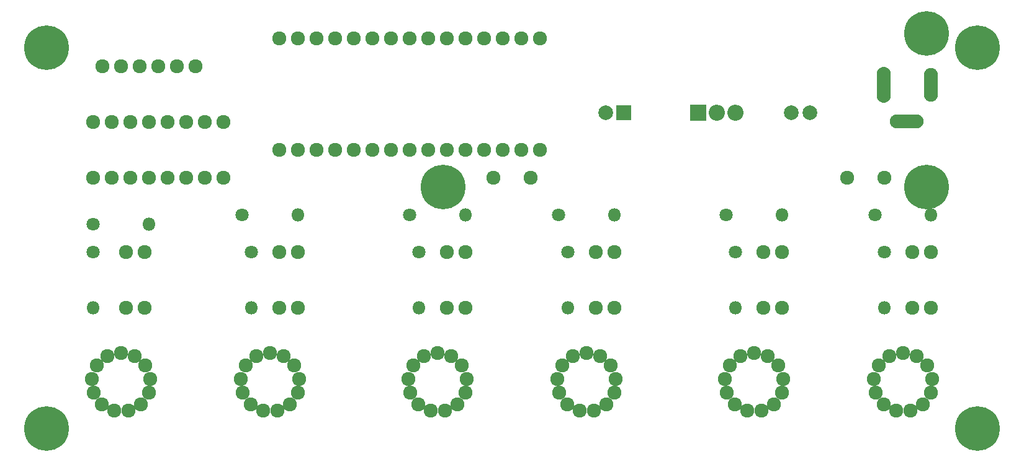
<source format=gts>
G04 #@! TF.FileFunction,Soldermask,Top*
%FSLAX46Y46*%
G04 Gerber Fmt 4.6, Leading zero omitted, Abs format (unit mm)*
G04 Created by KiCad (PCBNEW 4.0.7-e2-6376~58~ubuntu16.04.1) date Thu Oct 31 20:50:36 2019*
%MOMM*%
%LPD*%
G01*
G04 APERTURE LIST*
%ADD10C,0.100000*%
%ADD11C,1.924000*%
%ADD12C,2.000000*%
%ADD13R,2.000000X2.000000*%
%ADD14C,1.800000*%
%ADD15O,1.800000X1.800000*%
%ADD16R,2.200000X2.200000*%
%ADD17O,2.200000X2.200000*%
%ADD18O,1.924000X4.900000*%
%ADD19O,1.924000X4.600000*%
%ADD20O,4.600000X1.924000*%
%ADD21C,6.100000*%
G04 APERTURE END LIST*
D10*
D11*
X59690000Y-140970000D03*
X62230000Y-140970000D03*
X64770000Y-140970000D03*
X67310000Y-140970000D03*
X69850000Y-140970000D03*
X72390000Y-140970000D03*
X74930000Y-140970000D03*
X77470000Y-140970000D03*
X80010000Y-140970000D03*
X82550000Y-140970000D03*
X85090000Y-140970000D03*
X87630000Y-140970000D03*
X90170000Y-140970000D03*
X92710000Y-140970000D03*
X95250000Y-140970000D03*
X95250000Y-125730000D03*
X92710000Y-125730000D03*
X90170000Y-125730000D03*
X87630000Y-125730000D03*
X85090000Y-125730000D03*
X82550000Y-125730000D03*
X80010000Y-125730000D03*
X77470000Y-125730000D03*
X74930000Y-125730000D03*
X72390000Y-125730000D03*
X69850000Y-125730000D03*
X67310000Y-125730000D03*
X64770000Y-125730000D03*
X62230000Y-125730000D03*
X59690000Y-125730000D03*
D12*
X129540000Y-135890000D03*
X132080000Y-135890000D03*
D13*
X106680000Y-135890000D03*
D12*
X104180000Y-135890000D03*
D11*
X38100000Y-168720000D03*
X36250000Y-169180000D03*
X34810000Y-170450000D03*
X34130000Y-172240000D03*
X34360000Y-174130000D03*
X35450000Y-175710000D03*
X37150000Y-176600000D03*
X39050000Y-176600000D03*
X40750000Y-175710000D03*
X41840000Y-174130000D03*
X42070000Y-172240000D03*
X41390000Y-170450000D03*
X39950000Y-169180000D03*
X58420000Y-168720000D03*
X56570000Y-169180000D03*
X55130000Y-170450000D03*
X54450000Y-172240000D03*
X54680000Y-174130000D03*
X55770000Y-175710000D03*
X57470000Y-176600000D03*
X59370000Y-176600000D03*
X61070000Y-175710000D03*
X62160000Y-174130000D03*
X62390000Y-172240000D03*
X61710000Y-170450000D03*
X60270000Y-169180000D03*
X81280000Y-168720000D03*
X79430000Y-169180000D03*
X77990000Y-170450000D03*
X77310000Y-172240000D03*
X77540000Y-174130000D03*
X78630000Y-175710000D03*
X80330000Y-176600000D03*
X82230000Y-176600000D03*
X83930000Y-175710000D03*
X85020000Y-174130000D03*
X85250000Y-172240000D03*
X84570000Y-170450000D03*
X83130000Y-169180000D03*
X101600000Y-168720000D03*
X99750000Y-169180000D03*
X98310000Y-170450000D03*
X97630000Y-172240000D03*
X97860000Y-174130000D03*
X98950000Y-175710000D03*
X100650000Y-176600000D03*
X102550000Y-176600000D03*
X104250000Y-175710000D03*
X105340000Y-174130000D03*
X105570000Y-172240000D03*
X104890000Y-170450000D03*
X103450000Y-169180000D03*
X124460000Y-168720000D03*
X122610000Y-169180000D03*
X121170000Y-170450000D03*
X120490000Y-172240000D03*
X120720000Y-174130000D03*
X121810000Y-175710000D03*
X123510000Y-176600000D03*
X125410000Y-176600000D03*
X127110000Y-175710000D03*
X128200000Y-174130000D03*
X128430000Y-172240000D03*
X127750000Y-170450000D03*
X126310000Y-169180000D03*
X144780000Y-168720000D03*
X142930000Y-169180000D03*
X141490000Y-170450000D03*
X140810000Y-172240000D03*
X141040000Y-174130000D03*
X142130000Y-175710000D03*
X143830000Y-176600000D03*
X145730000Y-176600000D03*
X147430000Y-175710000D03*
X148520000Y-174130000D03*
X148750000Y-172240000D03*
X148070000Y-170450000D03*
X146630000Y-169180000D03*
X34290000Y-144780000D03*
X36830000Y-144780000D03*
X39370000Y-144780000D03*
X41910000Y-144780000D03*
X44450000Y-144780000D03*
X46990000Y-144780000D03*
X49530000Y-144780000D03*
X52070000Y-144780000D03*
X52070000Y-137160000D03*
X49530000Y-137160000D03*
X46990000Y-137160000D03*
X44450000Y-137160000D03*
X41910000Y-137160000D03*
X39370000Y-137160000D03*
X36830000Y-137160000D03*
X34290000Y-137160000D03*
D14*
X34290000Y-151130000D03*
D15*
X41910000Y-151130000D03*
D14*
X34290000Y-154940000D03*
D15*
X34290000Y-162560000D03*
D14*
X54610000Y-149860000D03*
D15*
X62230000Y-149860000D03*
D14*
X55880000Y-154940000D03*
D15*
X55880000Y-162560000D03*
D14*
X77470000Y-149860000D03*
D15*
X85090000Y-149860000D03*
D14*
X78740000Y-154940000D03*
D15*
X78740000Y-162560000D03*
D14*
X97790000Y-149860000D03*
D15*
X105410000Y-149860000D03*
D14*
X99060000Y-154940000D03*
D15*
X99060000Y-162560000D03*
D14*
X121920000Y-154940000D03*
D15*
X121920000Y-162560000D03*
D14*
X120650000Y-149860000D03*
D15*
X128270000Y-149860000D03*
D14*
X140970000Y-149860000D03*
D15*
X148590000Y-149860000D03*
D14*
X142240000Y-154940000D03*
D15*
X142240000Y-162560000D03*
D11*
X41275000Y-154940000D03*
X38735000Y-154940000D03*
X38735000Y-162560000D03*
X41275000Y-162560000D03*
X62230000Y-154940000D03*
X59690000Y-154940000D03*
X59690000Y-162560000D03*
X62230000Y-162560000D03*
X85090000Y-154940000D03*
X82550000Y-154940000D03*
X82550000Y-162560000D03*
X85090000Y-162560000D03*
X105410000Y-154940000D03*
X102870000Y-154940000D03*
X102870000Y-162560000D03*
X105410000Y-162560000D03*
X128270000Y-154940000D03*
X125730000Y-154940000D03*
X125730000Y-162560000D03*
X128270000Y-162560000D03*
X148590000Y-154940000D03*
X146050000Y-154940000D03*
X146050000Y-162560000D03*
X148590000Y-162560000D03*
D16*
X116840000Y-135890000D03*
D17*
X119380000Y-135890000D03*
X121920000Y-135890000D03*
D11*
X35560000Y-129540000D03*
X38100000Y-129540000D03*
X40640000Y-129540000D03*
X43180000Y-129540000D03*
X45720000Y-129540000D03*
X48260000Y-129540000D03*
X88900000Y-144780000D03*
X93980000Y-144780000D03*
X142240000Y-144780000D03*
X137160000Y-144780000D03*
D18*
X142090000Y-132080000D03*
D19*
X148590000Y-132080000D03*
D20*
X145290000Y-137080000D03*
D21*
X82000000Y-146000000D03*
X148000000Y-146000000D03*
X148000000Y-125000000D03*
X154940000Y-179070000D03*
X27940000Y-179070000D03*
X154940000Y-127000000D03*
X27940000Y-127000000D03*
M02*

</source>
